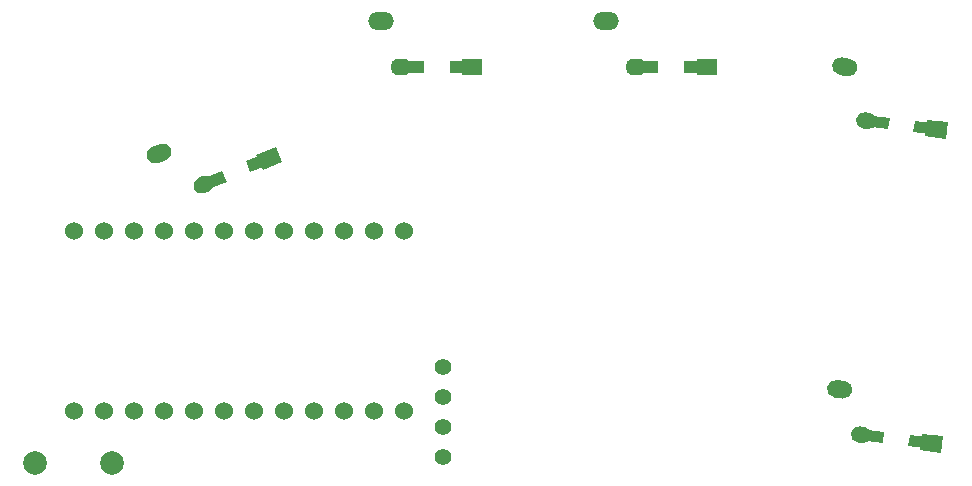
<source format=gtl>
%TF.GenerationSoftware,KiCad,Pcbnew,(5.1.9-0-10_14)*%
%TF.CreationDate,2021-05-28T20:21:16+09:00*%
%TF.ProjectId,quali5,7175616c-6935-42e6-9b69-6361645f7063,rev?*%
%TF.SameCoordinates,Original*%
%TF.FileFunction,Copper,L1,Top*%
%TF.FilePolarity,Positive*%
%FSLAX46Y46*%
G04 Gerber Fmt 4.6, Leading zero omitted, Abs format (unit mm)*
G04 Created by KiCad (PCBNEW (5.1.9-0-10_14)) date 2021-05-28 20:21:16*
%MOMM*%
%LPD*%
G01*
G04 APERTURE LIST*
%TA.AperFunction,ComponentPad*%
%ADD10C,1.524000*%
%TD*%
%TA.AperFunction,SMDPad,CuDef*%
%ADD11R,1.400000X1.000000*%
%TD*%
%TA.AperFunction,ComponentPad*%
%ADD12O,1.778000X1.397000*%
%TD*%
%TA.AperFunction,ComponentPad*%
%ADD13R,1.778000X1.397000*%
%TD*%
%TA.AperFunction,ComponentPad*%
%ADD14O,2.200000X1.500000*%
%TD*%
%TA.AperFunction,ComponentPad*%
%ADD15C,0.100000*%
%TD*%
%TA.AperFunction,SMDPad,CuDef*%
%ADD16C,0.100000*%
%TD*%
%TA.AperFunction,ComponentPad*%
%ADD17C,1.397000*%
%TD*%
%TA.AperFunction,ComponentPad*%
%ADD18C,2.000000*%
%TD*%
%TA.AperFunction,Conductor*%
%ADD19C,0.250000*%
%TD*%
G04 APERTURE END LIST*
D10*
%TO.P,U1,1*%
%TO.N,N/C*%
X81932000Y-117978600D03*
%TO.P,U1,2*%
X84472000Y-117978600D03*
%TO.P,U1,3*%
%TO.N,GND*%
X87012000Y-117978600D03*
%TO.P,U1,4*%
X89552000Y-117978600D03*
%TO.P,U1,5*%
%TO.N,SDA*%
X92092000Y-117978600D03*
%TO.P,U1,6*%
%TO.N,SCL*%
X94632000Y-117978600D03*
%TO.P,U1,7*%
%TO.N,N/C*%
X97172000Y-117978600D03*
%TO.P,U1,8*%
X99712000Y-117978600D03*
%TO.P,U1,9*%
%TO.N,row0*%
X102252000Y-117978600D03*
%TO.P,U1,10*%
%TO.N,row1*%
X104792000Y-117978600D03*
%TO.P,U1,11*%
%TO.N,row2*%
X107332000Y-117978600D03*
%TO.P,U1,12*%
%TO.N,row3*%
X109872000Y-117978600D03*
%TO.P,U1,13*%
%TO.N,col1*%
X109872000Y-133198600D03*
%TO.P,U1,14*%
%TO.N,col0*%
X107332000Y-133198600D03*
%TO.P,U1,15*%
%TO.N,N/C*%
X104792000Y-133198600D03*
%TO.P,U1,16*%
X102252000Y-133198600D03*
%TO.P,U1,17*%
X99712000Y-133198600D03*
%TO.P,U1,18*%
X97172000Y-133198600D03*
%TO.P,U1,19*%
X94632000Y-133198600D03*
%TO.P,U1,20*%
X92092000Y-133198600D03*
%TO.P,U1,21*%
%TO.N,VCC*%
X89552000Y-133198600D03*
%TO.P,U1,22*%
%TO.N,RST*%
X87012000Y-133198600D03*
%TO.P,U1,23*%
%TO.N,GND*%
X84472000Y-133198600D03*
%TO.P,U1,24*%
%TO.N,N/C*%
X81932000Y-133198600D03*
%TD*%
D11*
%TO.P,D3,2*%
%TO.N,Net-(D3-Pad2)*%
X130765000Y-104060000D03*
%TO.P,D3,1*%
%TO.N,row2*%
X134315000Y-104060000D03*
D12*
%TO.P,D3,2*%
%TO.N,Net-(D3-Pad2)*%
X129540000Y-104060000D03*
D13*
%TO.P,D3,1*%
%TO.N,row2*%
X135540000Y-104060000D03*
%TD*%
%TO.P,SW2,*%
%TO.N,*%
%TA.AperFunction,ComponentPad*%
G36*
G01*
X88147261Y-111822053D02*
X88147261Y-111822053D01*
G75*
G02*
X88561694Y-110845710I695388J280955D01*
G01*
X89210722Y-110583486D01*
G75*
G02*
X90187065Y-110997919I280955J-695388D01*
G01*
X90187065Y-110997919D01*
G75*
G02*
X89772632Y-111974262I-695388J-280955D01*
G01*
X89123604Y-112236486D01*
G75*
G02*
X88147261Y-111822053I-280955J695388D01*
G01*
G37*
%TD.AperFunction*%
%TD*%
%TO.P,SW6,*%
%TO.N,*%
%TA.AperFunction,ComponentPad*%
G36*
G01*
X145700221Y-131242300D02*
X145700221Y-131242300D01*
G75*
G02*
X146536033Y-130589292I744410J-91402D01*
G01*
X147230815Y-130674600D01*
G75*
G02*
X147883823Y-131510412I-91402J-744410D01*
G01*
X147883823Y-131510412D01*
G75*
G02*
X147048011Y-132163420I-744410J91402D01*
G01*
X146353229Y-132078112D01*
G75*
G02*
X145700221Y-131242300I91402J744410D01*
G01*
G37*
%TD.AperFunction*%
%TD*%
D14*
%TO.P,SW3,*%
%TO.N,*%
X107940000Y-100170000D03*
%TD*%
%TA.AperFunction,ComponentPad*%
D15*
%TO.P,D1,1*%
%TO.N,row0*%
G36*
X99054156Y-110845517D02*
G01*
X99577481Y-112140793D01*
X97928948Y-112806843D01*
X97405623Y-111511567D01*
X99054156Y-110845517D01*
G37*
%TD.AperFunction*%
%TO.P,D1,2*%
%TO.N,Net-(D1-Pad2)*%
%TA.AperFunction,ComponentPad*%
G36*
G01*
X93752715Y-113740794D02*
X93752715Y-113740794D01*
G75*
G02*
X93366740Y-114650095I-647638J-261663D01*
G01*
X93013482Y-114792821D01*
G75*
G02*
X92104181Y-114406846I-261663J647638D01*
G01*
X92104181Y-114406846D01*
G75*
G02*
X92490156Y-113497545I647638J261663D01*
G01*
X92843414Y-113354819D01*
G75*
G02*
X93752715Y-113740794I261663J-647638D01*
G01*
G37*
%TD.AperFunction*%
%TA.AperFunction,SMDPad,CuDef*%
D16*
%TO.P,D1,1*%
%TO.N,row0*%
G36*
X96894026Y-113010890D02*
G01*
X96519419Y-112083706D01*
X97817476Y-111559256D01*
X98192083Y-112486440D01*
X96894026Y-113010890D01*
G37*
%TD.AperFunction*%
%TA.AperFunction,SMDPad,CuDef*%
%TO.P,D1,2*%
%TO.N,Net-(D1-Pad2)*%
G36*
X93602524Y-114340744D02*
G01*
X93227917Y-113413560D01*
X94525974Y-112889110D01*
X94900581Y-113816294D01*
X93602524Y-114340744D01*
G37*
%TD.AperFunction*%
%TD*%
D11*
%TO.P,D2,2*%
%TO.N,Net-(D2-Pad2)*%
X110905000Y-104060000D03*
%TO.P,D2,1*%
%TO.N,row1*%
X114455000Y-104060000D03*
D12*
%TO.P,D2,2*%
%TO.N,Net-(D2-Pad2)*%
X109680000Y-104060000D03*
D13*
%TO.P,D2,1*%
%TO.N,row1*%
X115680000Y-104060000D03*
%TD*%
%TA.AperFunction,ComponentPad*%
D15*
%TO.P,D4,1*%
%TO.N,row3*%
G36*
X155972775Y-108786264D02*
G01*
X155802524Y-110172851D01*
X154037777Y-109956168D01*
X154208028Y-108569581D01*
X155972775Y-108786264D01*
G37*
%TD.AperFunction*%
%TO.P,D4,2*%
%TO.N,Net-(D4-Pad2)*%
%TA.AperFunction,ComponentPad*%
G36*
G01*
X149932373Y-108748342D02*
X149932373Y-108748342D01*
G75*
G02*
X149153954Y-109356509I-693293J85126D01*
G01*
X148775794Y-109310077D01*
G75*
G02*
X148167627Y-108531658I85126J693293D01*
G01*
X148167627Y-108531658D01*
G75*
G02*
X148946046Y-107923491I693293J-85126D01*
G01*
X149324206Y-107969923D01*
G75*
G02*
X149932373Y-108748342I-85126J-693293D01*
G01*
G37*
%TD.AperFunction*%
%TA.AperFunction,SMDPad,CuDef*%
D16*
%TO.P,D4,1*%
%TO.N,row3*%
G36*
X153033690Y-109632891D02*
G01*
X153155559Y-108640344D01*
X154545124Y-108810961D01*
X154423255Y-109803508D01*
X153033690Y-109632891D01*
G37*
%TD.AperFunction*%
%TA.AperFunction,SMDPad,CuDef*%
%TO.P,D4,2*%
%TO.N,Net-(D4-Pad2)*%
G36*
X149510152Y-109200255D02*
G01*
X149632021Y-108207708D01*
X151021586Y-108378325D01*
X150899717Y-109370872D01*
X149510152Y-109200255D01*
G37*
%TD.AperFunction*%
%TD*%
%TA.AperFunction,ComponentPad*%
D15*
%TO.P,D5,1*%
%TO.N,row3*%
G36*
X155535137Y-135370656D02*
G01*
X155364886Y-136757243D01*
X153600139Y-136540560D01*
X153770390Y-135153973D01*
X155535137Y-135370656D01*
G37*
%TD.AperFunction*%
%TO.P,D5,2*%
%TO.N,Net-(D5-Pad2)*%
%TA.AperFunction,ComponentPad*%
G36*
G01*
X149494735Y-135332734D02*
X149494735Y-135332734D01*
G75*
G02*
X148716316Y-135940901I-693293J85126D01*
G01*
X148338156Y-135894469D01*
G75*
G02*
X147729989Y-135116050I85126J693293D01*
G01*
X147729989Y-135116050D01*
G75*
G02*
X148508408Y-134507883I693293J-85126D01*
G01*
X148886568Y-134554315D01*
G75*
G02*
X149494735Y-135332734I-85126J-693293D01*
G01*
G37*
%TD.AperFunction*%
%TA.AperFunction,SMDPad,CuDef*%
D16*
%TO.P,D5,1*%
%TO.N,row3*%
G36*
X152596052Y-136217283D02*
G01*
X152717921Y-135224736D01*
X154107486Y-135395353D01*
X153985617Y-136387900D01*
X152596052Y-136217283D01*
G37*
%TD.AperFunction*%
%TA.AperFunction,SMDPad,CuDef*%
%TO.P,D5,2*%
%TO.N,Net-(D5-Pad2)*%
G36*
X149072514Y-135784647D02*
G01*
X149194383Y-134792100D01*
X150583948Y-134962717D01*
X150462079Y-135955264D01*
X149072514Y-135784647D01*
G37*
%TD.AperFunction*%
%TD*%
D17*
%TO.P,OL1,1*%
%TO.N,SDA*%
X113210000Y-137090000D03*
%TO.P,OL1,2*%
%TO.N,SCL*%
X113210000Y-134550000D03*
%TO.P,OL1,3*%
%TO.N,VCC*%
X113210000Y-132010000D03*
%TO.P,OL1,4*%
%TO.N,GND*%
X113210000Y-129470000D03*
%TD*%
D18*
%TO.P,SW1,1*%
%TO.N,RST*%
X85160000Y-137590000D03*
%TO.P,SW1,2*%
%TO.N,GND*%
X78660000Y-137590000D03*
%TD*%
D14*
%TO.P,SW4,*%
%TO.N,*%
X126990000Y-100170000D03*
%TD*%
%TO.P,SW5,*%
%TO.N,*%
%TA.AperFunction,ComponentPad*%
G36*
G01*
X146140178Y-103874408D02*
X146140178Y-103874408D01*
G75*
G02*
X147014296Y-103273644I737441J-136677D01*
G01*
X147702574Y-103401208D01*
G75*
G02*
X148303338Y-104275326I-136677J-737441D01*
G01*
X148303338Y-104275326D01*
G75*
G02*
X147429220Y-104876090I-737441J136677D01*
G01*
X146740942Y-104748526D01*
G75*
G02*
X146140178Y-103874408I136677J737441D01*
G01*
G37*
%TD.AperFunction*%
%TD*%
D19*
%TO.N,Net-(D4-Pad2)*%
X150265869Y-108789290D02*
X150009290Y-108789290D01*
%TD*%
M02*

</source>
